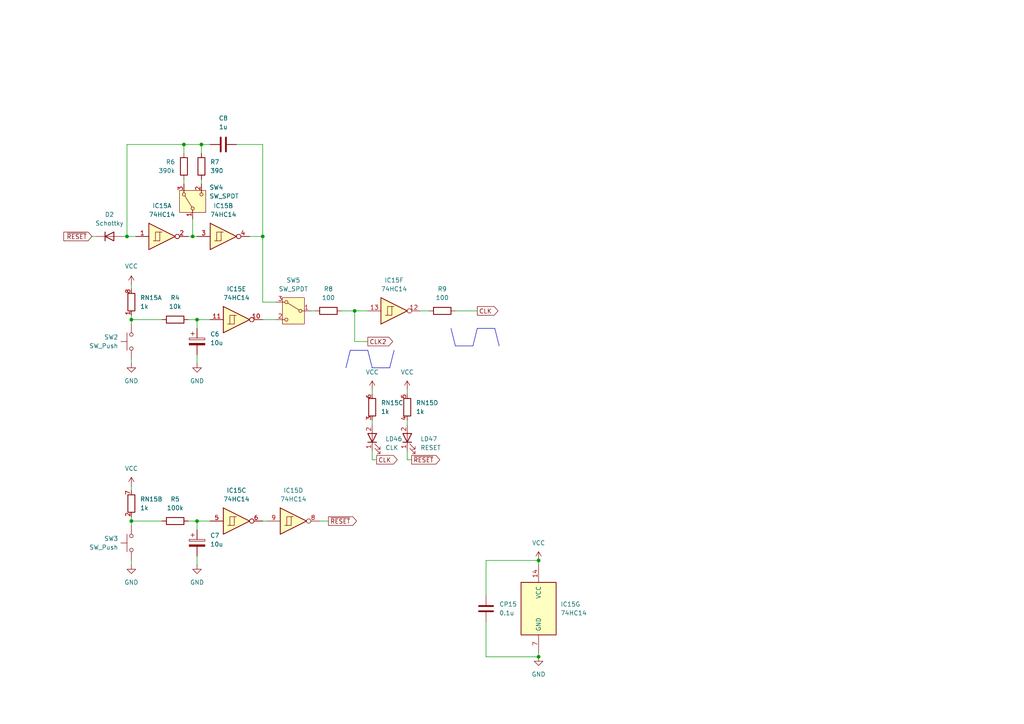
<source format=kicad_sch>
(kicad_sch (version 20250114) (generator "eeschema") (generator_version "9.0")
  (paper "A4")
  (title_block (title "HC4e_CPU") (date "2025-11-12") (rev "1.2"))
  (lib_symbols
    (symbol "74xx_2:74HC14" (pin_names (offset 1.016))
      (property "Reference" "IC" (at 0 1.27 0))
      (property "Value" "74HC14" (at 0 -1.27 0))
      (symbol "74HC14_1_0"
        (polyline (pts (xy -3.81 3.81) (xy -3.81 -3.81) (xy 3.81 0) (xy -3.81 3.81)) (stroke (width 0.254)) (fill (type background)))
        (pin input line (at -7.62 0 0) (length 3.81) (name "~") (number "1"))
        (pin output inverted (at 7.62 0 180) (length 3.81) (name "~") (number "2"))
      )
      (symbol "74HC14_1_1"
        (polyline (pts (xy -2.54 -1.27) (xy -0.635 -1.27) (xy -0.635 1.27) (xy 0 1.27)))
        (polyline (pts (xy -1.905 -1.27) (xy -1.905 1.27) (xy -0.635 1.27)))
      )
      (symbol "74HC14_2_0"
        (polyline (pts (xy -3.81 3.81) (xy -3.81 -3.81) (xy 3.81 0) (xy -3.81 3.81)) (stroke (width 0.254)) (fill (type background)))
        (pin input line (at -7.62 0 0) (length 3.81) (name "~") (number "3"))
        (pin output inverted (at 7.62 0 180) (length 3.81) (name "~") (number "4"))
      )
      (symbol "74HC14_2_1"
        (polyline (pts (xy -2.54 -1.27) (xy -0.635 -1.27) (xy -0.635 1.27) (xy 0 1.27)))
        (polyline (pts (xy -1.905 -1.27) (xy -1.905 1.27) (xy -0.635 1.27)))
      )
      (symbol "74HC14_3_0"
        (polyline (pts (xy -3.81 3.81) (xy -3.81 -3.81) (xy 3.81 0) (xy -3.81 3.81)) (stroke (width 0.254)) (fill (type background)))
        (pin input line (at -7.62 0 0) (length 3.81) (name "~") (number "5"))
        (pin output inverted (at 7.62 0 180) (length 3.81) (name "~") (number "6"))
      )
      (symbol "74HC14_3_1"
        (polyline (pts (xy -2.54 -1.27) (xy -0.635 -1.27) (xy -0.635 1.27) (xy 0 1.27)))
        (polyline (pts (xy -1.905 -1.27) (xy -1.905 1.27) (xy -0.635 1.27)))
      )
      (symbol "74HC14_4_0"
        (polyline (pts (xy -3.81 3.81) (xy -3.81 -3.81) (xy 3.81 0) (xy -3.81 3.81)) (stroke (width 0.254)) (fill (type background)))
        (pin input line (at -7.62 0 0) (length 3.81) (name "~") (number "9"))
        (pin output inverted (at 7.62 0 180) (length 3.81) (name "~") (number "8"))
      )
      (symbol "74HC14_4_1"
        (polyline (pts (xy -2.54 -1.27) (xy -0.635 -1.27) (xy -0.635 1.27) (xy 0 1.27)))
        (polyline (pts (xy -1.905 -1.27) (xy -1.905 1.27) (xy -0.635 1.27)))
      )
      (symbol "74HC14_5_0"
        (polyline (pts (xy -3.81 3.81) (xy -3.81 -3.81) (xy 3.81 0) (xy -3.81 3.81)) (stroke (width 0.254)) (fill (type background)))
        (pin input line (at -7.62 0 0) (length 3.81) (name "~") (number "11"))
        (pin output inverted (at 7.62 0 180) (length 3.81) (name "~") (number "10"))
      )
      (symbol "74HC14_5_1"
        (polyline (pts (xy -2.54 -1.27) (xy -0.635 -1.27) (xy -0.635 1.27) (xy 0 1.27)))
        (polyline (pts (xy -1.905 -1.27) (xy -1.905 1.27) (xy -0.635 1.27)))
      )
      (symbol "74HC14_6_0"
        (polyline (pts (xy -3.81 3.81) (xy -3.81 -3.81) (xy 3.81 0) (xy -3.81 3.81)) (stroke (width 0.254)) (fill (type background)))
        (pin input line (at -7.62 0 0) (length 3.81) (name "~") (number "13"))
        (pin output inverted (at 7.62 0 180) (length 3.81) (name "~") (number "12"))
      )
      (symbol "74HC14_6_1"
        (polyline (pts (xy -2.54 -1.27) (xy -0.635 -1.27) (xy -0.635 1.27) (xy 0 1.27)))
        (polyline (pts (xy -1.905 -1.27) (xy -1.905 1.27) (xy -0.635 1.27)))
      )
      (symbol "74HC14_7_0"
        (pin power_in line (at 0 12.7 270) (length 5.08) (name "VCC") (number "14"))
        (pin power_in line (at 0 -12.7 90) (length 5.08) (name "GND") (number "7"))
      )
      (symbol "74HC14_7_1"
        (rectangle (start -5.08 7.62) (end 5.08 -7.62) (stroke (width 0.254)) (fill (type background)))
      )
    )
    (symbol "Device2:C_Bypass" (pin_numbers (hide yes)) (pin_names (offset 0.254))
      (property "Reference" "CP" (at 0.635 2.54 0))
      (property "Value" "C_Byp" (at 0.635 -2.54 0))
      (symbol "C_Bypass_0_1"
        (polyline (pts (xy -2.032 0.762) (xy 2.032 0.762)) (stroke (width 0.508)))
        (polyline (pts (xy -2.032 -0.762) (xy 2.032 -0.762)) (stroke (width 0.508)))
      )
      (symbol "C_Bypass_1_1"
        (pin passive line (at 0 3.81 270) (length 2.794) (name "~") (number "1"))
        (pin passive line (at 0 -3.81 90) (length 2.794) (name "~") (number "2"))
      )
    )
    (symbol "Device2:LED_"
      (property "Reference" "LD" (at 0 2.54 0))
      (symbol "LED__0_1"
        (polyline (pts (xy -3.048 -0.762) (xy -4.572 -2.286) (xy -3.81 -2.286) (xy -4.572 -2.286) (xy -4.572 -1.524)))
        (polyline (pts (xy -1.778 -0.762) (xy -3.302 -2.286) (xy -2.54 -2.286) (xy -3.302 -2.286) (xy -3.302 -1.524)))
        (polyline (pts (xy -1.27 0) (xy 1.27 0)))
        (polyline (pts (xy -1.27 -1.27) (xy -1.27 1.27)) (stroke (width 0.254)))
        (polyline (pts (xy 1.27 -1.27) (xy 1.27 1.27) (xy -1.27 0) (xy 1.27 -1.27)) (stroke (width 0.254)))
      )
      (symbol "LED__1_1"
        (pin passive line (at -3.81 0 0) (length 2.54) (name "K") (number "1"))
        (pin passive line (at 3.81 0 180) (length 2.54) (name "") (number "2"))
      )
    )
    (symbol "Device:C" (pin_numbers (hide yes)) (pin_names (offset 0.254))
      (property "Reference" "C" (at 0.635 2.54 0))
      (property "Value" "C" (at 0.635 -2.54 0))
      (symbol "C_0_1"
        (polyline (pts (xy -2.032 0.762) (xy 2.032 0.762)) (stroke (width 0.508)))
        (polyline (pts (xy -2.032 -0.762) (xy 2.032 -0.762)) (stroke (width 0.508)))
      )
      (symbol "C_1_1"
        (pin passive line (at 0 3.81 270) (length 2.794) (name "~") (number "1"))
        (pin passive line (at 0 -3.81 90) (length 2.794) (name "~") (number "2"))
      )
    )
    (symbol "Device:C_Polarized" (pin_numbers (hide yes)) (pin_names (offset 0.254))
      (property "Reference" "C" (at 0.635 2.54 0))
      (property "Value" "C_Polarized" (at 0.635 -2.54 0))
      (symbol "C_Polarized_0_1"
        (rectangle (start -2.286 0.508) (end 2.286 1.016))
        (polyline (pts (xy -1.778 2.286) (xy -0.762 2.286)))
        (polyline (pts (xy -1.27 2.794) (xy -1.27 1.778)))
        (rectangle (start 2.286 -0.508) (end -2.286 -1.016) (fill (type outline)))
      )
      (symbol "C_Polarized_1_1"
        (pin passive line (at 0 3.81 270) (length 2.794) (name "~") (number "1"))
        (pin passive line (at 0 -3.81 90) (length 2.794) (name "~") (number "2"))
      )
    )
    (symbol "Device:D" (pin_numbers (hide yes)) (pin_names (offset 1.016) (hide yes))
      (property "Reference" "D" (at 0 2.54 0))
      (property "Value" "D" (at 0 -2.54 0))
      (symbol "D_0_1"
        (polyline (pts (xy -1.27 1.27) (xy -1.27 -1.27)) (stroke (width 0.254)))
        (polyline (pts (xy 1.27 1.27) (xy 1.27 -1.27) (xy -1.27 0) (xy 1.27 1.27)) (stroke (width 0.254)))
        (polyline (pts (xy 1.27 0) (xy -1.27 0)))
      )
      (symbol "D_1_1"
        (pin passive line (at -3.81 0 0) (length 2.54) (name "K") (number "1"))
        (pin passive line (at 3.81 0 180) (length 2.54) (name "A") (number "2"))
      )
    )
    (symbol "Device:R" (pin_numbers (hide yes)) (pin_names (offset 0))
      (property "Reference" "R" (at 2.032 0 90))
      (property "Value" "R" (at 0 0 90))
      (symbol "R_0_1"
        (rectangle (start -1.016 -2.54) (end 1.016 2.54) (stroke (width 0.254)))
      )
      (symbol "R_1_1"
        (pin passive line (at 0 3.81 270) (length 1.27) (name "~") (number "1"))
        (pin passive line (at 0 -3.81 90) (length 1.27) (name "~") (number "2"))
      )
    )
    (symbol "Device:R_Pack04_Split" (pin_names (offset 0) (hide yes))
      (property "Reference" "RN" (at 2.032 0 90))
      (property "Value" "R_Pack04_Split" (at 0 0 90))
      (symbol "R_Pack04_Split_0_1"
        (rectangle (start 1.016 2.54) (end -1.016 -2.54) (stroke (width 0.254)))
      )
      (symbol "R_Pack04_Split_1_1"
        (pin passive line (at 0 3.81 270) (length 1.27) (name "R1.2") (number "8"))
        (pin passive line (at 0 -3.81 90) (length 1.27) (name "R1.1") (number "1"))
      )
      (symbol "R_Pack04_Split_2_1"
        (pin passive line (at 0 3.81 270) (length 1.27) (name "R2.2") (number "7"))
        (pin passive line (at 0 -3.81 90) (length 1.27) (name "R2.1") (number "2"))
      )
      (symbol "R_Pack04_Split_3_1"
        (pin passive line (at 0 3.81 270) (length 1.27) (name "R3.2") (number "6"))
        (pin passive line (at 0 -3.81 90) (length 1.27) (name "R3.1") (number "3"))
      )
      (symbol "R_Pack04_Split_4_1"
        (pin passive line (at 0 3.81 270) (length 1.27) (name "R4.2") (number "5"))
        (pin passive line (at 0 -3.81 90) (length 1.27) (name "R4.1") (number "4"))
      )
    )
    (symbol "Switch:SW_Push" (pin_numbers (hide yes)) (pin_names (offset 1.016) (hide yes))
      (property "Reference" "SW" (at 1.27 2.54 0))
      (property "Value" "SW_Push" (at 0 -1.524 0))
      (symbol "SW_Push_0_1"
        (circle (center -2.032 0) (radius 0.508))
        (polyline (pts (xy 0 1.27) (xy 0 3.048)))
        (circle (center 2.032 0) (radius 0.508))
        (polyline (pts (xy 2.54 1.27) (xy -2.54 1.27)))
        (pin passive line (at -5.08 0 0) (length 2.54) (name "1") (number "1"))
        (pin passive line (at 5.08 0 180) (length 2.54) (name "2") (number "2"))
      )
    )
    (symbol "Switch:SW_SPDT_312" (pin_names (offset 1) (hide yes))
      (property "Reference" "SW" (at 0 5.08 0))
      (property "Value" "SW_SPDT_312" (at 0 -5.08 0))
      (symbol "SW_SPDT_312_0_1"
        (circle (center -2.032 0) (radius 0.4572))
        (polyline (pts (xy -1.651 0.254) (xy 1.651 2.286)))
        (circle (center 2.032 2.54) (radius 0.4572))
        (circle (center 2.032 -2.54) (radius 0.4572))
      )
      (symbol "SW_SPDT_312_1_1"
        (rectangle (start -3.175 3.81) (end 3.175 -3.81) (fill (type background)))
        (pin passive line (at -5.08 0 0) (length 2.54) (name "B") (number "1"))
        (pin passive line (at 5.08 2.54 180) (length 2.54) (name "A") (number "3"))
        (pin passive line (at 5.08 -2.54 180) (length 2.54) (name "C") (number "2"))
      )
    )
    (symbol "power:GND" (power) (pin_numbers (hide yes)) (pin_names (offset 0) (hide yes))
      (property "Value" "GND" (at 0 -3.81 0))
      (symbol "GND_0_1"
        (polyline (pts (xy 0 0) (xy 0 -1.27) (xy 1.27 -1.27) (xy 0 -2.54) (xy -1.27 -1.27) (xy 0 -1.27)))
      )
      (symbol "GND_1_1"
        (pin power_in line (at 0 0 270) (length 0) (name "~") (number "1"))
      )
    )
    (symbol "power:VCC" (power) (pin_numbers (hide yes)) (pin_names (offset 0) (hide yes))
      (property "Value" "VCC" (at 0 3.556 0))
      (symbol "VCC_0_1"
        (polyline (pts (xy -0.762 1.27) (xy 0 2.54)))
        (polyline (pts (xy 0 2.54) (xy 0.762 1.27)))
        (polyline (pts (xy 0 0) (xy 0 2.54)))
      )
      (symbol "VCC_1_1"
        (pin power_in line (at 0 0 90) (length 0) (name "~") (number "1"))
      )
    )
  )
  (junction (at 57.15 92.71))
  (junction (at 156.21 190.5))
  (junction (at 36.83 68.58))
  (junction (at 38.1 92.71))
  (junction (at 53.34 41.91))
  (junction (at 102.87 90.17))
  (junction (at 55.88 68.58))
  (junction (at 58.42 41.91))
  (junction (at 38.1 151.13))
  (junction (at 57.15 151.13))
  (junction (at 76.2 68.58))
  (junction (at 156.21 162.56))
  (wire (pts (xy 38.1 91.44) (xy 38.1 92.71)))
  (wire (pts (xy 140.97 190.5) (xy 140.97 180.34)))
  (wire (pts (xy 76.2 87.63) (xy 80.01 87.63)))
  (wire (pts (xy 38.1 149.86) (xy 38.1 151.13)))
  (wire (pts (xy 36.83 68.58) (xy 39.37 68.58)))
  (wire (pts (xy 76.2 92.71) (xy 80.01 92.71)))
  (wire (pts (xy 38.1 163.83) (xy 38.1 162.56)))
  (wire (pts (xy 68.58 41.91) (xy 76.2 41.91)))
  (wire (pts (xy 57.15 102.87) (xy 57.15 105.41)))
  (wire (pts (xy 76.2 68.58) (xy 76.2 87.63)))
  (wire (pts (xy 95.25 151.13) (xy 92.71 151.13)))
  (wire (pts (xy 54.61 92.71) (xy 57.15 92.71)))
  (polyline (pts (xy 107.95 106.68) (xy 113.03 106.68)))
  (polyline (pts (xy 101.6 101.6) (xy 106.68 101.6)))
  (wire (pts (xy 58.42 52.07) (xy 58.42 53.34)))
  (wire (pts (xy 58.42 41.91) (xy 60.96 41.91)))
  (polyline (pts (xy 137.16 100.33) (xy 138.43 95.25)))
  (wire (pts (xy 58.42 41.91) (xy 58.42 44.45)))
  (polyline (pts (xy 106.68 101.6) (xy 107.95 106.68)))
  (wire (pts (xy 156.21 189.23) (xy 156.21 190.5)))
  (wire (pts (xy 106.68 90.17) (xy 102.87 90.17)))
  (wire (pts (xy 140.97 162.56) (xy 156.21 162.56)))
  (wire (pts (xy 102.87 90.17) (xy 99.06 90.17)))
  (wire (pts (xy 118.11 133.35) (xy 118.11 130.81)))
  (wire (pts (xy 107.95 130.81) (xy 107.95 133.35)))
  (wire (pts (xy 55.88 68.58) (xy 57.15 68.58)))
  (wire (pts (xy 107.95 113.03) (xy 107.95 114.3)))
  (wire (pts (xy 53.34 44.45) (xy 53.34 41.91)))
  (wire (pts (xy 119.38 133.35) (xy 118.11 133.35)))
  (wire (pts (xy 57.15 151.13) (xy 60.96 151.13)))
  (wire (pts (xy 53.34 41.91) (xy 58.42 41.91)))
  (wire (pts (xy 109.22 133.35) (xy 107.95 133.35)))
  (wire (pts (xy 57.15 92.71) (xy 60.96 92.71)))
  (polyline (pts (xy 143.51 95.25) (xy 144.78 100.33)))
  (wire (pts (xy 38.1 92.71) (xy 38.1 93.98)))
  (wire (pts (xy 35.56 68.58) (xy 36.83 68.58)))
  (wire (pts (xy 38.1 151.13) (xy 38.1 152.4)))
  (wire (pts (xy 38.1 82.55) (xy 38.1 83.82)))
  (wire (pts (xy 54.61 151.13) (xy 57.15 151.13)))
  (wire (pts (xy 38.1 151.13) (xy 46.99 151.13)))
  (polyline (pts (xy 138.43 95.25) (xy 143.51 95.25)))
  (wire (pts (xy 90.17 90.17) (xy 91.44 90.17)))
  (wire (pts (xy 156.21 162.56) (xy 156.21 163.83)))
  (wire (pts (xy 76.2 41.91) (xy 76.2 68.58)))
  (wire (pts (xy 57.15 161.29) (xy 57.15 163.83)))
  (wire (pts (xy 26.67 68.58) (xy 27.94 68.58)))
  (wire (pts (xy 55.88 63.5) (xy 55.88 68.58)))
  (polyline (pts (xy 130.81 95.25) (xy 132.08 100.33)))
  (wire (pts (xy 106.68 99.06) (xy 102.87 99.06)))
  (wire (pts (xy 156.21 190.5) (xy 140.97 190.5)))
  (wire (pts (xy 36.83 41.91) (xy 53.34 41.91)))
  (wire (pts (xy 38.1 92.71) (xy 46.99 92.71)))
  (wire (pts (xy 57.15 95.25) (xy 57.15 92.71)))
  (wire (pts (xy 38.1 140.97) (xy 38.1 142.24)))
  (polyline (pts (xy 132.08 100.33) (xy 137.16 100.33)))
  (polyline (pts (xy 113.03 106.68) (xy 114.3 101.6)))
  (wire (pts (xy 72.39 68.58) (xy 76.2 68.58)))
  (wire (pts (xy 140.97 172.72) (xy 140.97 162.56)))
  (wire (pts (xy 38.1 105.41) (xy 38.1 104.14)))
  (wire (pts (xy 36.83 41.91) (xy 36.83 68.58)))
  (wire (pts (xy 118.11 121.92) (xy 118.11 123.19)))
  (wire (pts (xy 102.87 99.06) (xy 102.87 90.17)))
  (wire (pts (xy 132.08 90.17) (xy 138.43 90.17)))
  (wire (pts (xy 121.92 90.17) (xy 124.46 90.17)))
  (wire (pts (xy 76.2 151.13) (xy 77.47 151.13)))
  (wire (pts (xy 57.15 151.13) (xy 57.15 153.67)))
  (wire (pts (xy 118.11 113.03) (xy 118.11 114.3)))
  (wire (pts (xy 55.88 68.58) (xy 54.61 68.58)))
  (wire (pts (xy 107.95 121.92) (xy 107.95 123.19)))
  (wire (pts (xy 53.34 52.07) (xy 53.34 53.34)))
  (polyline (pts (xy 100.33 106.68) (xy 101.6 101.6)))
  (global_label "CLK" (shape output) (at 138.43 90.17 0) (property "Intersheetrefs" "${INTERSHEET_REFS}" (effects (hide yes))))
  (global_label "~{RESET}" (shape output) (at 119.38 133.35 0) (property "Intersheetrefs" "${INTERSHEET_REFS}" (effects (hide yes))))
  (global_label "CLK2" (shape output) (at 106.68 99.06 0) (property "Intersheetrefs" "${INTERSHEET_REFS}" (effects (hide yes))))
  (global_label "CLK" (shape output) (at 109.22 133.35 0) (property "Intersheetrefs" "${INTERSHEET_REFS}" (effects (hide yes))))
  (global_label "~{RESET}" (shape input) (at 26.67 68.58 180) (property "Intersheetrefs" "${INTERSHEET_REFS}" (effects (hide yes))))
  (global_label "~{RESET}" (shape output) (at 95.25 151.13 0) (property "Intersheetrefs" "${INTERSHEET_REFS}" (effects (hide yes))))
  (symbol (lib_id "74xx_2:74HC14") (at 114.3 90.17 0) (unit 6)
    (property "Reference" "IC15" (at 114.3 81.28 0))
    (property "Value" "74HC14" (at 114.3 83.82 0))
    (property "Footprint" "Package_SO:SO-14_5.3x10.2mm_P1.27mm" (effects (hide yes)))
    (property "Datasheet" "http://www.ti.com/lit/gpn/sn74HC14" (effects (hide yes)))
    (property "Description" "Hex inverter schmitt trigger" (effects (hide yes)))
  )
  (symbol (lib_id "Device:R") (at 50.8 92.71 90) (unit 1)
    (property "Reference" "R4" (at 50.8 86.36 90))
    (property "Value" "10k" (at 50.8 88.9 90))
    (property "Footprint" "Resistor_SMD:R_0603_1608Metric" (effects (hide yes)))
    (property "Description" "Resistor" (effects (hide yes)))
  )
  (symbol (lib_id "Switch:SW_SPDT_312") (at 85.09 90.17 0) (mirror y) (unit 1)
    (property "Reference" "SW5" (at 85.09 81.28 0))
    (property "Value" "SW_SPDT" (at 85.09 83.82 0))
    (property "Footprint" "Button_Switch_THT:SW_Slide-03_Wuerth-WS-SLTV_10x2.5x6.4_P2.54mm" (effects (hide yes)))
    (property "Description" "Switch, single pole double throw" (effects (hide yes)))
  )
  (symbol (lib_id "Device:R_Pack04_Split") (at 118.11 118.11 0) (unit 4)
    (property "Reference" "RN15" (at 120.65 116.8399 0) (effects (justify left)))
    (property "Value" "1k" (at 120.65 119.3799 0) (effects (justify left)))
    (property "Footprint" "Resistor_SMD:R_Array_Convex_4x0603" (effects (hide yes)))
    (property "Description" "4 resistor network, parallel topology, split" (effects (hide yes)))
  )
  (symbol (lib_id "74xx_2:74HC14") (at 68.58 151.13 0) (unit 3)
    (property "Reference" "IC15" (at 68.58 142.24 0))
    (property "Value" "74HC14" (at 68.58 144.78 0))
    (property "Footprint" "Package_SO:SO-14_5.3x10.2mm_P1.27mm" (effects (hide yes)))
    (property "Datasheet" "http://www.ti.com/lit/gpn/sn74HC14" (effects (hide yes)))
    (property "Description" "Hex inverter schmitt trigger" (effects (hide yes)))
  )
  (symbol (lib_id "Device:R_Pack04_Split") (at 38.1 146.05 0) (unit 2)
    (property "Reference" "RN15" (at 40.64 144.7799 0) (effects (justify left)))
    (property "Value" "1k" (at 40.64 147.3199 0) (effects (justify left)))
    (property "Footprint" "Resistor_SMD:R_Array_Convex_4x0603" (effects (hide yes)))
    (property "Description" "4 resistor network, parallel topology, split" (effects (hide yes)))
  )
  (symbol (lib_id "Switch:SW_Push") (at 38.1 99.06 90) (unit 1)
    (property "Reference" "SW2" (at 34.29 97.7899 90) (effects (justify left)))
    (property "Value" "SW_Push" (at 34.29 100.3299 90) (effects (justify left)))
    (property "Footprint" "Button_Switch_THT:SW_PUSH_6mm" (effects (hide yes)))
    (property "Description" "Push button switch, generic, two pins" (effects (hide yes)))
  )
  (symbol (lib_id "power:VCC") (at 118.11 113.03 0) (unit 1)
    (property "Reference" "#PWR074" (effects (hide yes)))
    (property "Value" "VCC" (at 118.11 107.95 0))
    (property "Description" "Power symbol creates a global label with name \"VCC\"" (effects (hide yes)))
  )
  (symbol (lib_id "74xx_2:74HC14") (at 68.58 92.71 0) (unit 5)
    (property "Reference" "IC15" (at 68.58 83.82 0))
    (property "Value" "74HC14" (at 68.58 86.36 0))
    (property "Footprint" "Package_SO:SO-14_5.3x10.2mm_P1.27mm" (effects (hide yes)))
    (property "Datasheet" "http://www.ti.com/lit/gpn/sn74HC14" (effects (hide yes)))
    (property "Description" "Hex inverter schmitt trigger" (effects (hide yes)))
  )
  (symbol (lib_id "Device:C") (at 64.77 41.91 90) (unit 1)
    (property "Reference" "C8" (at 64.77 34.29 90))
    (property "Value" "1u" (at 64.77 36.83 90))
    (property "Footprint" "Capacitor_THT:C_Radial_D5.0mm_H5.0mm_P2.00mm" (effects (hide yes)))
    (property "Description" "Unpolarized capacitor" (effects (hide yes)))
  )
  (symbol (lib_id "Device:D") (at 31.75 68.58 0) (unit 1)
    (property "Reference" "D2" (at 31.75 62.23 0))
    (property "Value" "Schottky" (at 31.75 64.77 0))
    (property "Footprint" "Diode_SMD:D_SOD-323_HandSoldering" (effects (hide yes)))
    (property "Description" "Diode" (effects (hide yes)))
    (property "Sim.Device" "D" (effects (hide yes)))
    (property "Sim.Pins" "1=K 2=A" (effects (hide yes)))
  )
  (symbol (lib_id "power:GND") (at 38.1 105.41 0) (unit 1)
    (property "Reference" "#PWR068" (effects (hide yes)))
    (property "Value" "GND" (at 38.1 110.49 0))
    (property "Description" "Power symbol creates a global label with name \"GND\" , ground" (effects (hide yes)))
  )
  (symbol (lib_id "Switch:SW_SPDT_312") (at 55.88 58.42 90) (unit 1)
    (property "Reference" "SW4" (at 60.706 54.356 90) (effects (justify right)))
    (property "Value" "SW_SPDT" (at 60.706 56.896 90) (effects (justify right)))
    (property "Footprint" "Button_Switch_THT:SW_Slide-03_Wuerth-WS-SLTV_10x2.5x6.4_P2.54mm" (effects (hide yes)))
    (property "Description" "Switch, single pole double throw" (effects (hide yes)))
  )
  (symbol (lib_id "Device:C_Polarized") (at 57.15 99.06 0) (unit 1)
    (property "Reference" "C6" (at 60.96 96.9009 0) (effects (justify left)))
    (property "Value" "10u" (at 60.96 99.4409 0) (effects (justify left)))
    (property "Footprint" "Capacitor_THT:CP_Radial_D5.0mm_P2.50mm" (effects (hide yes)))
    (property "Description" "Polarized capacitor" (effects (hide yes)))
  )
  (symbol (lib_id "power:GND") (at 57.15 105.41 0) (unit 1)
    (property "Reference" "#PWR071" (effects (hide yes)))
    (property "Value" "GND" (at 57.15 110.49 0))
    (property "Description" "Power symbol creates a global label with name \"GND\" , ground" (effects (hide yes)))
  )
  (symbol (lib_id "Device2:C_Bypass") (at 140.97 176.53 0) (unit 1)
    (property "Reference" "CP15" (at 144.78 175.2599 0) (effects (justify left)))
    (property "Value" "0.1u" (at 144.78 177.7999 0) (effects (justify left)))
    (property "Footprint" "Capacitor_SMD:C_0603_1608Metric" (effects (hide yes)))
    (property "Description" "Bypass Capacitor" (effects (hide yes)))
  )
  (symbol (lib_id "Device:R") (at 58.42 48.26 0) (unit 1)
    (property "Reference" "R7" (at 60.96 46.9899 0) (effects (justify left)))
    (property "Value" "390" (at 60.96 49.5299 0) (effects (justify left)))
    (property "Footprint" "Resistor_SMD:R_0603_1608Metric" (effects (hide yes)))
    (property "Description" "Resistor" (effects (hide yes)))
  )
  (symbol (lib_id "power:GND") (at 57.15 163.83 0) (unit 1)
    (property "Reference" "#PWR072" (effects (hide yes)))
    (property "Value" "GND" (at 57.15 168.91 0))
    (property "Description" "Power symbol creates a global label with name \"GND\" , ground" (effects (hide yes)))
  )
  (symbol (lib_id "Device2:LED_") (at 107.95 127 90) (unit 1)
    (property "Reference" "LD46" (at 111.76 127.3174 90) (effects (justify right)))
    (property "Value" "CLK" (at 111.76 129.8574 90) (effects (justify right)))
    (property "Footprint" "LED_THT:LED_D5.0mm" (effects (hide yes)))
  )
  (symbol (lib_id "Device:C_Polarized") (at 57.15 157.48 0) (unit 1)
    (property "Reference" "C7" (at 60.96 155.3209 0) (effects (justify left)))
    (property "Value" "10u" (at 60.96 157.8609 0) (effects (justify left)))
    (property "Footprint" "Capacitor_THT:CP_Radial_D5.0mm_P2.50mm" (effects (hide yes)))
    (property "Description" "Polarized capacitor" (effects (hide yes)))
  )
  (symbol (lib_id "Device:R_Pack04_Split") (at 38.1 87.63 0) (unit 1)
    (property "Reference" "RN15" (at 40.64 86.3599 0) (effects (justify left)))
    (property "Value" "1k" (at 40.64 88.8999 0) (effects (justify left)))
    (property "Footprint" "Resistor_SMD:R_Array_Convex_4x0603" (effects (hide yes)))
    (property "Description" "4 resistor network, parallel topology, split" (effects (hide yes)))
  )
  (symbol (lib_id "power:GND") (at 38.1 163.83 0) (unit 1)
    (property "Reference" "#PWR070" (effects (hide yes)))
    (property "Value" "GND" (at 38.1 168.91 0))
    (property "Description" "Power symbol creates a global label with name \"GND\" , ground" (effects (hide yes)))
  )
  (symbol (lib_id "power:VCC") (at 107.95 113.03 0) (unit 1)
    (property "Reference" "#PWR073" (effects (hide yes)))
    (property "Value" "VCC" (at 107.95 107.95 0))
    (property "Description" "Power symbol creates a global label with name \"VCC\"" (effects (hide yes)))
  )
  (symbol (lib_id "Device:R") (at 95.25 90.17 90) (unit 1)
    (property "Reference" "R8" (at 95.25 83.82 90))
    (property "Value" "100" (at 95.25 86.36 90))
    (property "Footprint" "Resistor_SMD:R_0603_1608Metric" (effects (hide yes)))
    (property "Description" "Resistor" (effects (hide yes)))
  )
  (symbol (lib_id "Device:R") (at 50.8 151.13 90) (unit 1)
    (property "Reference" "R5" (at 50.8 144.78 90))
    (property "Value" "100k" (at 50.8 147.32 90))
    (property "Footprint" "Resistor_SMD:R_0603_1608Metric" (effects (hide yes)))
    (property "Description" "Resistor" (effects (hide yes)))
  )
  (symbol (lib_id "Device2:LED_") (at 118.11 127 90) (unit 1)
    (property "Reference" "LD47" (at 121.92 127.3174 90) (effects (justify right)))
    (property "Value" "RESET" (at 121.92 129.8574 90) (effects (justify right)))
    (property "Footprint" "LED_THT:LED_D5.0mm" (effects (hide yes)))
  )
  (symbol (lib_id "Device:R") (at 128.27 90.17 90) (unit 1)
    (property "Reference" "R9" (at 128.27 83.82 90))
    (property "Value" "100" (at 128.27 86.36 90))
    (property "Footprint" "Resistor_SMD:R_0603_1608Metric" (effects (hide yes)))
    (property "Description" "Resistor" (effects (hide yes)))
  )
  (symbol (lib_id "74xx_2:74HC14") (at 64.77 68.58 0) (unit 2)
    (property "Reference" "IC15" (at 64.77 59.69 0))
    (property "Value" "74HC14" (at 64.77 62.23 0))
    (property "Footprint" "Package_SO:SO-14_5.3x10.2mm_P1.27mm" (effects (hide yes)))
    (property "Datasheet" "http://www.ti.com/lit/gpn/sn74HC14" (effects (hide yes)))
    (property "Description" "Hex inverter schmitt trigger" (effects (hide yes)))
  )
  (symbol (lib_id "power:VCC") (at 38.1 140.97 0) (unit 1)
    (property "Reference" "#PWR069" (effects (hide yes)))
    (property "Value" "VCC" (at 38.1 135.89 0))
    (property "Description" "Power symbol creates a global label with name \"VCC\"" (effects (hide yes)))
  )
  (symbol (lib_id "74xx_2:74HC14") (at 156.21 176.53 0) (unit 7)
    (property "Reference" "IC15" (at 162.56 175.2599 0) (effects (justify left)))
    (property "Value" "74HC14" (at 162.56 177.7999 0) (effects (justify left)))
    (property "Footprint" "Package_SO:SO-14_5.3x10.2mm_P1.27mm" (effects (hide yes)))
    (property "Datasheet" "http://www.ti.com/lit/gpn/sn74HC14" (effects (hide yes)))
    (property "Description" "Hex inverter schmitt trigger" (effects (hide yes)))
  )
  (symbol (lib_id "Device:R_Pack04_Split") (at 107.95 118.11 0) (unit 3)
    (property "Reference" "RN15" (at 110.49 116.8399 0) (effects (justify left)))
    (property "Value" "1k" (at 110.49 119.3799 0) (effects (justify left)))
    (property "Footprint" "Resistor_SMD:R_Array_Convex_4x0603" (effects (hide yes)))
    (property "Description" "4 resistor network, parallel topology, split" (effects (hide yes)))
  )
  (symbol (lib_id "power:VCC") (at 38.1 82.55 0) (unit 1)
    (property "Reference" "#PWR067" (effects (hide yes)))
    (property "Value" "VCC" (at 38.1 77.216 0))
    (property "Description" "Power symbol creates a global label with name \"VCC\"" (effects (hide yes)))
  )
  (symbol (lib_id "Switch:SW_Push") (at 38.1 157.48 90) (unit 1)
    (property "Reference" "SW3" (at 34.29 156.2099 90) (effects (justify left)))
    (property "Value" "SW_Push" (at 34.29 158.7499 90) (effects (justify left)))
    (property "Footprint" "Button_Switch_THT:SW_PUSH_6mm" (effects (hide yes)))
    (property "Description" "Push button switch, generic, two pins" (effects (hide yes)))
  )
  (symbol (lib_id "74xx_2:74HC14") (at 46.99 68.58 0) (unit 1)
    (property "Reference" "IC15" (at 46.99 59.69 0))
    (property "Value" "74HC14" (at 46.99 62.23 0))
    (property "Footprint" "Package_SO:SO-14_5.3x10.2mm_P1.27mm" (effects (hide yes)))
    (property "Datasheet" "http://www.ti.com/lit/gpn/sn74HC14" (effects (hide yes)))
    (property "Description" "Hex inverter schmitt trigger" (effects (hide yes)))
  )
  (symbol (lib_id "74xx_2:74HC14") (at 85.09 151.13 0) (unit 4)
    (property "Reference" "IC15" (at 85.09 142.24 0))
    (property "Value" "74HC14" (at 85.09 144.78 0))
    (property "Footprint" "Package_SO:SO-14_5.3x10.2mm_P1.27mm" (effects (hide yes)))
    (property "Datasheet" "http://www.ti.com/lit/gpn/sn74HC14" (effects (hide yes)))
    (property "Description" "Hex inverter schmitt trigger" (effects (hide yes)))
  )
  (symbol (lib_id "power:GND") (at 156.21 190.5 0) (unit 1)
    (property "Reference" "#PWR076" (effects (hide yes)))
    (property "Value" "GND" (at 156.21 195.58 0))
    (property "Description" "Power symbol creates a global label with name \"GND\" , ground" (effects (hide yes)))
  )
  (symbol (lib_id "power:VCC") (at 156.21 162.56 0) (unit 1)
    (property "Reference" "#PWR075" (effects (hide yes)))
    (property "Value" "VCC" (at 156.21 157.48 0))
    (property "Description" "Power symbol creates a global label with name \"VCC\"" (effects (hide yes)))
  )
  (symbol (lib_id "Device:R") (at 53.34 48.26 0) (mirror y) (unit 1)
    (property "Reference" "R6" (at 50.8 46.9899 0) (effects (justify left)))
    (property "Value" "390k" (at 50.8 49.5299 0) (effects (justify left)))
    (property "Footprint" "Resistor_SMD:R_0603_1608Metric" (effects (hide yes)))
    (property "Description" "Resistor" (effects (hide yes)))
  )
)
</source>
